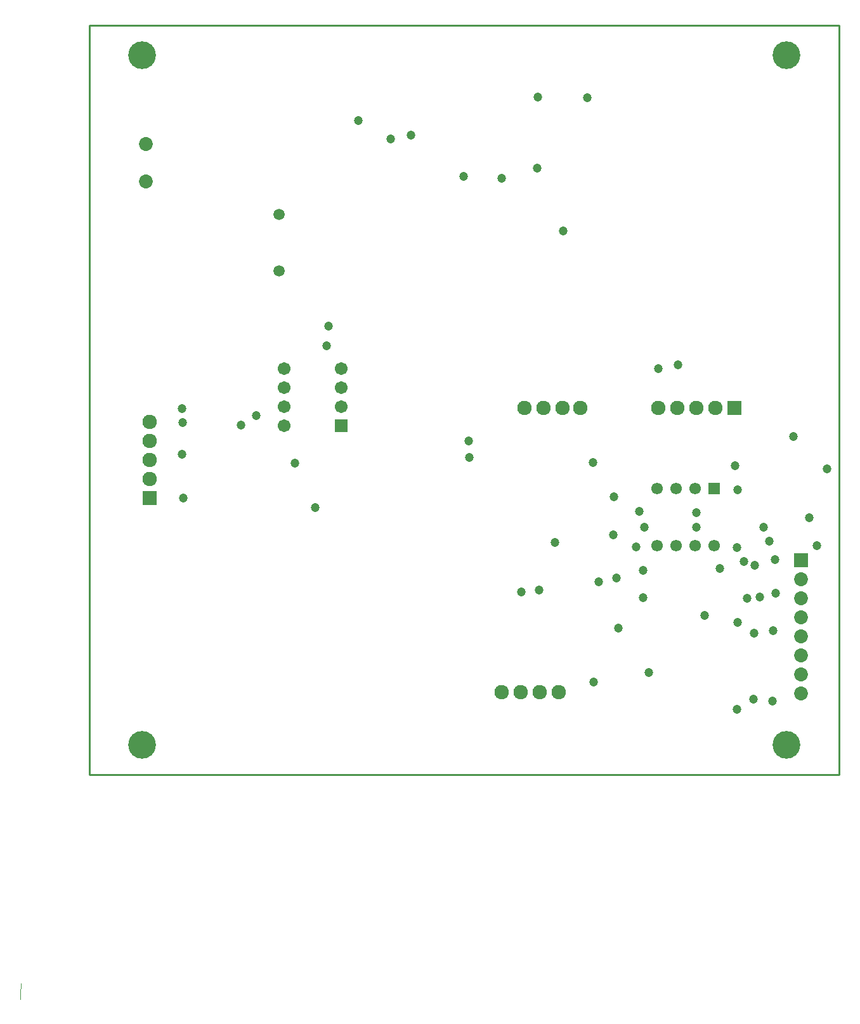
<source format=gbs>
G04*
G04 #@! TF.GenerationSoftware,Altium Limited,Altium Designer,20.2.7 (254)*
G04*
G04 Layer_Color=16711935*
%FSLAX25Y25*%
%MOIN*%
G70*
G04*
G04 #@! TF.SameCoordinates,6A7C296C-3D1D-46A6-B2F7-2068CE29E54D*
G04*
G04*
G04 #@! TF.FilePolarity,Negative*
G04*
G01*
G75*
%ADD14C,0.01000*%
%ADD15C,0.00050*%
%ADD71C,0.07591*%
%ADD72C,0.06102*%
%ADD73C,0.05918*%
%ADD74C,0.06706*%
%ADD75R,0.06706X0.06706*%
%ADD76R,0.07591X0.07591*%
%ADD77R,0.06102X0.06102*%
%ADD78C,0.07296*%
%ADD79R,0.07296X0.07296*%
%ADD80R,0.07591X0.07591*%
%ADD81C,0.04737*%
%ADD82C,0.14580*%
D14*
X0Y0D02*
X393701D01*
Y393701D01*
X0D02*
X393701D01*
X0Y0D02*
Y393701D01*
D15*
X-36371Y-118085D02*
G03*
X-36045Y-109630I-19940810J772725D01*
G01*
D71*
X246535Y43307D02*
D03*
X236535D02*
D03*
X216535D02*
D03*
X226535D02*
D03*
X238347Y192913D02*
D03*
X248346D02*
D03*
X228346D02*
D03*
X257953D02*
D03*
X298898D02*
D03*
X308898D02*
D03*
X318898D02*
D03*
X328898D02*
D03*
X31496Y185354D02*
D03*
Y175354D02*
D03*
Y165354D02*
D03*
Y155354D02*
D03*
D72*
X318107Y120490D02*
D03*
X298107Y150490D02*
D03*
X308107D02*
D03*
X318107D02*
D03*
X328107Y120490D02*
D03*
X308107D02*
D03*
X298107D02*
D03*
D73*
X99595Y264649D02*
D03*
Y294570D02*
D03*
D74*
X132287Y213509D02*
D03*
Y193509D02*
D03*
Y203509D02*
D03*
X102287Y183509D02*
D03*
Y193509D02*
D03*
Y203509D02*
D03*
Y213509D02*
D03*
D75*
X132287Y183509D02*
D03*
D76*
X338898Y192913D02*
D03*
D77*
X328107Y150490D02*
D03*
D78*
X373849Y42700D02*
D03*
Y52700D02*
D03*
Y62700D02*
D03*
Y72700D02*
D03*
Y82700D02*
D03*
Y92700D02*
D03*
Y102700D02*
D03*
X29405Y311845D02*
D03*
Y331530D02*
D03*
D79*
X373849Y112700D02*
D03*
D80*
X31496Y145354D02*
D03*
D81*
X244593Y122075D02*
D03*
X287329Y119589D02*
D03*
X288853Y138344D02*
D03*
X291339Y129921D02*
D03*
X275302Y126153D02*
D03*
X323103Y83674D02*
D03*
X226674Y96038D02*
D03*
X118401Y140544D02*
D03*
X345620Y92651D02*
D03*
X352237Y93554D02*
D03*
X248933Y285580D02*
D03*
X87586Y188607D02*
D03*
X277952Y77002D02*
D03*
X125597Y235782D02*
D03*
X141131Y343685D02*
D03*
X199598Y166717D02*
D03*
X199023Y175402D02*
D03*
X107752Y163629D02*
D03*
X48381Y192577D02*
D03*
X48533Y168424D02*
D03*
X124558Y225497D02*
D03*
X168761Y336113D02*
D03*
X158331Y334027D02*
D03*
X196652Y314290D02*
D03*
X216544Y313515D02*
D03*
X235144Y318811D02*
D03*
X235338Y355947D02*
D03*
X261624Y355818D02*
D03*
X343748Y112185D02*
D03*
X349578Y110224D02*
D03*
X382224Y120280D02*
D03*
X354331Y129921D02*
D03*
X357091Y122629D02*
D03*
X360252Y113087D02*
D03*
X49076Y145422D02*
D03*
X79447Y183743D02*
D03*
X48761Y185061D02*
D03*
X387592Y160680D02*
D03*
X359043Y75779D02*
D03*
X349076Y74533D02*
D03*
X340594Y80187D02*
D03*
X358962Y38607D02*
D03*
X348955Y39620D02*
D03*
X340088Y34427D02*
D03*
X378152Y135065D02*
D03*
X340341Y149631D02*
D03*
X369968Y177826D02*
D03*
X309251Y215518D02*
D03*
X298916Y213380D02*
D03*
X264437Y164022D02*
D03*
X275395Y146008D02*
D03*
X339194Y162377D02*
D03*
X340124Y119411D02*
D03*
X331093Y108555D02*
D03*
X290976Y107466D02*
D03*
X276860Y103555D02*
D03*
X267454Y101486D02*
D03*
X360455Y95325D02*
D03*
X264875Y48757D02*
D03*
X236209Y97129D02*
D03*
X290935Y92955D02*
D03*
X293806Y53815D02*
D03*
X318898Y137795D02*
D03*
Y129921D02*
D03*
D82*
X27559Y377953D02*
D03*
X366142D02*
D03*
Y15748D02*
D03*
X27559D02*
D03*
M02*

</source>
